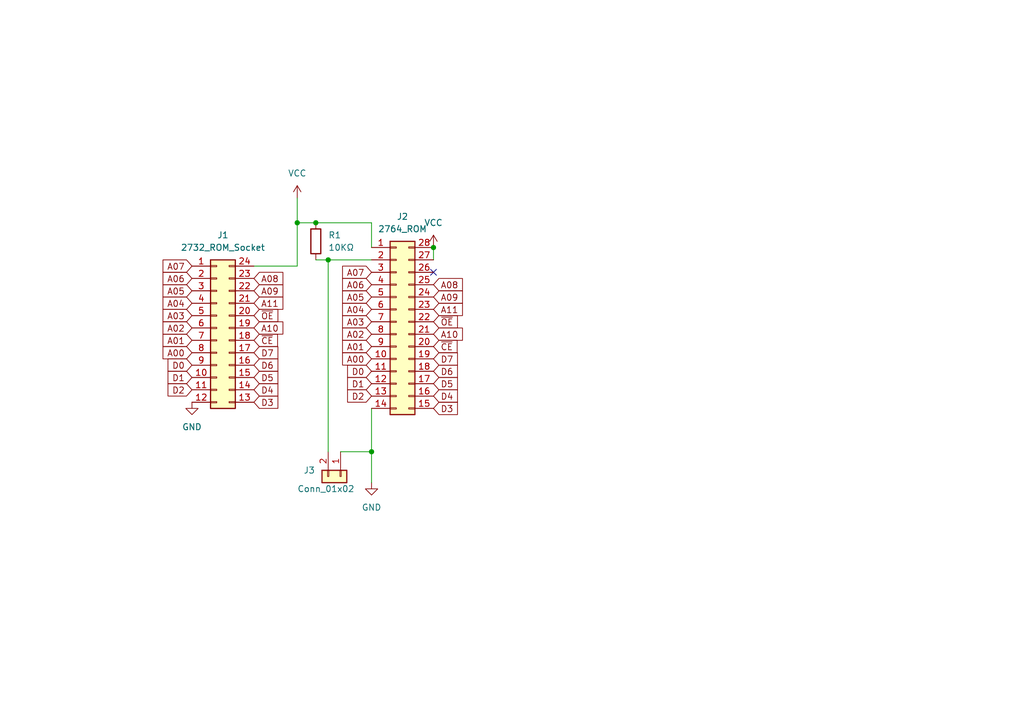
<source format=kicad_sch>
(kicad_sch (version 20231120) (generator "eeschema") (generator_version "8.0")
  (paper "A5")
  (title_block (title "2764 to 2732 Adapator") (date "21-Aug-2024") (company "Brett Hallen") (comment 1 "www.youtube.com/@Brfff") (comment 2 "https://github.com/0ddjob/Osborne_1/tree/main/2732-to-2764"))
  (lib_symbols
    (symbol "Connector_Generic:Conn_01x02" (pin_names (offset 1.016) hide)
      (property "Reference" "J" (at 0 2.54 0))
      (property "Value" "Conn_01x02" (at 0 -5.08 0))
      (symbol "Conn_01x02_1_1"
        (rectangle (start -1.27 -2.413) (end 0 -2.667) (stroke (width 0.1524)))
        (rectangle (start -1.27 0.127) (end 0 -0.127) (stroke (width 0.1524)))
        (rectangle (start -1.27 1.27) (end 1.27 -3.81) (stroke (width 0.254)) (fill (type background)))
        (pin passive line (at -5.08 0 0) (length 3.81) (name "Pin_1") (number "1"))
        (pin passive line (at -5.08 -2.54 0) (length 3.81) (name "Pin_2") (number "2"))
      )
    )
    (symbol "Connector_Generic:Conn_02x12_Counter_Clockwise" (pin_names (offset 1.016) hide)
      (property "Reference" "J" (at 1.27 15.24 0))
      (property "Value" "Conn_02x12_Counter_Clockwise" (at 1.27 -17.78 0))
      (symbol "Conn_02x12_Counter_Clockwise_1_1"
        (rectangle (start -1.27 -15.113) (end 0 -15.367) (stroke (width 0.1524)))
        (rectangle (start -1.27 -12.573) (end 0 -12.827) (stroke (width 0.1524)))
        (rectangle (start -1.27 -10.033) (end 0 -10.287) (stroke (width 0.1524)))
        (rectangle (start -1.27 -7.493) (end 0 -7.747) (stroke (width 0.1524)))
        (rectangle (start -1.27 -4.953) (end 0 -5.207) (stroke (width 0.1524)))
        (rectangle (start -1.27 -2.413) (end 0 -2.667) (stroke (width 0.1524)))
        (rectangle (start -1.27 0.127) (end 0 -0.127) (stroke (width 0.1524)))
        (rectangle (start -1.27 2.667) (end 0 2.413) (stroke (width 0.1524)))
        (rectangle (start -1.27 5.207) (end 0 4.953) (stroke (width 0.1524)))
        (rectangle (start -1.27 7.747) (end 0 7.493) (stroke (width 0.1524)))
        (rectangle (start -1.27 10.287) (end 0 10.033) (stroke (width 0.1524)))
        (rectangle (start -1.27 12.827) (end 0 12.573) (stroke (width 0.1524)))
        (rectangle (start -1.27 13.97) (end 3.81 -16.51) (stroke (width 0.254)) (fill (type background)))
        (rectangle (start 3.81 -15.113) (end 2.54 -15.367) (stroke (width 0.1524)))
        (rectangle (start 3.81 -12.573) (end 2.54 -12.827) (stroke (width 0.1524)))
        (rectangle (start 3.81 -10.033) (end 2.54 -10.287) (stroke (width 0.1524)))
        (rectangle (start 3.81 -7.493) (end 2.54 -7.747) (stroke (width 0.1524)))
        (rectangle (start 3.81 -4.953) (end 2.54 -5.207) (stroke (width 0.1524)))
        (rectangle (start 3.81 -2.413) (end 2.54 -2.667) (stroke (width 0.1524)))
        (rectangle (start 3.81 0.127) (end 2.54 -0.127) (stroke (width 0.1524)))
        (rectangle (start 3.81 2.667) (end 2.54 2.413) (stroke (width 0.1524)))
        (rectangle (start 3.81 5.207) (end 2.54 4.953) (stroke (width 0.1524)))
        (rectangle (start 3.81 7.747) (end 2.54 7.493) (stroke (width 0.1524)))
        (rectangle (start 3.81 10.287) (end 2.54 10.033) (stroke (width 0.1524)))
        (rectangle (start 3.81 12.827) (end 2.54 12.573) (stroke (width 0.1524)))
        (pin passive line (at -5.08 12.7 0) (length 3.81) (name "Pin_1") (number "1"))
        (pin passive line (at -5.08 -10.16 0) (length 3.81) (name "Pin_10") (number "10"))
        (pin passive line (at -5.08 -12.7 0) (length 3.81) (name "Pin_11") (number "11"))
        (pin passive line (at -5.08 -15.24 0) (length 3.81) (name "Pin_12") (number "12"))
        (pin passive line (at 7.62 -15.24 180) (length 3.81) (name "Pin_13") (number "13"))
        (pin passive line (at 7.62 -12.7 180) (length 3.81) (name "Pin_14") (number "14"))
        (pin passive line (at 7.62 -10.16 180) (length 3.81) (name "Pin_15") (number "15"))
        (pin passive line (at 7.62 -7.62 180) (length 3.81) (name "Pin_16") (number "16"))
        (pin passive line (at 7.62 -5.08 180) (length 3.81) (name "Pin_17") (number "17"))
        (pin passive line (at 7.62 -2.54 180) (length 3.81) (name "Pin_18") (number "18"))
        (pin passive line (at 7.62 0 180) (length 3.81) (name "Pin_19") (number "19"))
        (pin passive line (at -5.08 10.16 0) (length 3.81) (name "Pin_2") (number "2"))
        (pin passive line (at 7.62 2.54 180) (length 3.81) (name "Pin_20") (number "20"))
        (pin passive line (at 7.62 5.08 180) (length 3.81) (name "Pin_21") (number "21"))
        (pin passive line (at 7.62 7.62 180) (length 3.81) (name "Pin_22") (number "22"))
        (pin passive line (at 7.62 10.16 180) (length 3.81) (name "Pin_23") (number "23"))
        (pin passive line (at 7.62 12.7 180) (length 3.81) (name "Pin_24") (number "24"))
        (pin passive line (at -5.08 7.62 0) (length 3.81) (name "Pin_3") (number "3"))
        (pin passive line (at -5.08 5.08 0) (length 3.81) (name "Pin_4") (number "4"))
        (pin passive line (at -5.08 2.54 0) (length 3.81) (name "Pin_5") (number "5"))
        (pin passive line (at -5.08 0 0) (length 3.81) (name "Pin_6") (number "6"))
        (pin passive line (at -5.08 -2.54 0) (length 3.81) (name "Pin_7") (number "7"))
        (pin passive line (at -5.08 -5.08 0) (length 3.81) (name "Pin_8") (number "8"))
        (pin passive line (at -5.08 -7.62 0) (length 3.81) (name "Pin_9") (number "9"))
      )
    )
    (symbol "Connector_Generic:Conn_02x14_Counter_Clockwise" (pin_names (offset 1.016) hide)
      (property "Reference" "J" (at 1.27 17.78 0))
      (property "Value" "Conn_02x14_Counter_Clockwise" (at 1.27 -20.32 0))
      (symbol "Conn_02x14_Counter_Clockwise_1_1"
        (rectangle (start -1.27 -17.653) (end 0 -17.907) (stroke (width 0.1524)))
        (rectangle (start -1.27 -15.113) (end 0 -15.367) (stroke (width 0.1524)))
        (rectangle (start -1.27 -12.573) (end 0 -12.827) (stroke (width 0.1524)))
        (rectangle (start -1.27 -10.033) (end 0 -10.287) (stroke (width 0.1524)))
        (rectangle (start -1.27 -7.493) (end 0 -7.747) (stroke (width 0.1524)))
        (rectangle (start -1.27 -4.953) (end 0 -5.207) (stroke (width 0.1524)))
        (rectangle (start -1.27 -2.413) (end 0 -2.667) (stroke (width 0.1524)))
        (rectangle (start -1.27 0.127) (end 0 -0.127) (stroke (width 0.1524)))
        (rectangle (start -1.27 2.667) (end 0 2.413) (stroke (width 0.1524)))
        (rectangle (start -1.27 5.207) (end 0 4.953) (stroke (width 0.1524)))
        (rectangle (start -1.27 7.747) (end 0 7.493) (stroke (width 0.1524)))
        (rectangle (start -1.27 10.287) (end 0 10.033) (stroke (width 0.1524)))
        (rectangle (start -1.27 12.827) (end 0 12.573) (stroke (width 0.1524)))
        (rectangle (start -1.27 15.367) (end 0 15.113) (stroke (width 0.1524)))
        (rectangle (start -1.27 16.51) (end 3.81 -19.05) (stroke (width 0.254)) (fill (type background)))
        (rectangle (start 3.81 -17.653) (end 2.54 -17.907) (stroke (width 0.1524)))
        (rectangle (start 3.81 -15.113) (end 2.54 -15.367) (stroke (width 0.1524)))
        (rectangle (start 3.81 -12.573) (end 2.54 -12.827) (stroke (width 0.1524)))
        (rectangle (start 3.81 -10.033) (end 2.54 -10.287) (stroke (width 0.1524)))
        (rectangle (start 3.81 -7.493) (end 2.54 -7.747) (stroke (width 0.1524)))
        (rectangle (start 3.81 -4.953) (end 2.54 -5.207) (stroke (width 0.1524)))
        (rectangle (start 3.81 -2.413) (end 2.54 -2.667) (stroke (width 0.1524)))
        (rectangle (start 3.81 0.127) (end 2.54 -0.127) (stroke (width 0.1524)))
        (rectangle (start 3.81 2.667) (end 2.54 2.413) (stroke (width 0.1524)))
        (rectangle (start 3.81 5.207) (end 2.54 4.953) (stroke (width 0.1524)))
        (rectangle (start 3.81 7.747) (end 2.54 7.493) (stroke (width 0.1524)))
        (rectangle (start 3.81 10.287) (end 2.54 10.033) (stroke (width 0.1524)))
        (rectangle (start 3.81 12.827) (end 2.54 12.573) (stroke (width 0.1524)))
        (rectangle (start 3.81 15.367) (end 2.54 15.113) (stroke (width 0.1524)))
        (pin passive line (at -5.08 15.24 0) (length 3.81) (name "Pin_1") (number "1"))
        (pin passive line (at -5.08 -7.62 0) (length 3.81) (name "Pin_10") (number "10"))
        (pin passive line (at -5.08 -10.16 0) (length 3.81) (name "Pin_11") (number "11"))
        (pin passive line (at -5.08 -12.7 0) (length 3.81) (name "Pin_12") (number "12"))
        (pin passive line (at -5.08 -15.24 0) (length 3.81) (name "Pin_13") (number "13"))
        (pin passive line (at -5.08 -17.78 0) (length 3.81) (name "Pin_14") (number "14"))
        (pin passive line (at 7.62 -17.78 180) (length 3.81) (name "Pin_15") (number "15"))
        (pin passive line (at 7.62 -15.24 180) (length 3.81) (name "Pin_16") (number "16"))
        (pin passive line (at 7.62 -12.7 180) (length 3.81) (name "Pin_17") (number "17"))
        (pin passive line (at 7.62 -10.16 180) (length 3.81) (name "Pin_18") (number "18"))
        (pin passive line (at 7.62 -7.62 180) (length 3.81) (name "Pin_19") (number "19"))
        (pin passive line (at -5.08 12.7 0) (length 3.81) (name "Pin_2") (number "2"))
        (pin passive line (at 7.62 -5.08 180) (length 3.81) (name "Pin_20") (number "20"))
        (pin passive line (at 7.62 -2.54 180) (length 3.81) (name "Pin_21") (number "21"))
        (pin passive line (at 7.62 0 180) (length 3.81) (name "Pin_22") (number "22"))
        (pin passive line (at 7.62 2.54 180) (length 3.81) (name "Pin_23") (number "23"))
        (pin passive line (at 7.62 5.08 180) (length 3.81) (name "Pin_24") (number "24"))
        (pin passive line (at 7.62 7.62 180) (length 3.81) (name "Pin_25") (number "25"))
        (pin passive line (at 7.62 10.16 180) (length 3.81) (name "Pin_26") (number "26"))
        (pin passive line (at 7.62 12.7 180) (length 3.81) (name "Pin_27") (number "27"))
        (pin passive line (at 7.62 15.24 180) (length 3.81) (name "Pin_28") (number "28"))
        (pin passive line (at -5.08 10.16 0) (length 3.81) (name "Pin_3") (number "3"))
        (pin passive line (at -5.08 7.62 0) (length 3.81) (name "Pin_4") (number "4"))
        (pin passive line (at -5.08 5.08 0) (length 3.81) (name "Pin_5") (number "5"))
        (pin passive line (at -5.08 2.54 0) (length 3.81) (name "Pin_6") (number "6"))
        (pin passive line (at -5.08 0 0) (length 3.81) (name "Pin_7") (number "7"))
        (pin passive line (at -5.08 -2.54 0) (length 3.81) (name "Pin_8") (number "8"))
        (pin passive line (at -5.08 -5.08 0) (length 3.81) (name "Pin_9") (number "9"))
      )
    )
    (symbol "Device:R" (pin_numbers hide) (pin_names (offset 0))
      (property "Reference" "R" (at 2.032 0 90))
      (property "Value" "R" (at 0 0 90))
      (symbol "R_0_1"
        (rectangle (start -1.016 -2.54) (end 1.016 2.54) (stroke (width 0.254)))
      )
      (symbol "R_1_1"
        (pin passive line (at 0 3.81 270) (length 1.27) (name "~") (number "1"))
        (pin passive line (at 0 -3.81 90) (length 1.27) (name "~") (number "2"))
      )
    )
    (symbol "power:GND" (power) (pin_names (offset 0))
      (property "Value" "GND" (at 0 -3.81 0))
      (symbol "GND_0_1"
        (polyline (pts (xy 0 0) (xy 0 -1.27) (xy 1.27 -1.27) (xy 0 -2.54) (xy -1.27 -1.27) (xy 0 -1.27)))
      )
      (symbol "GND_1_1"
        (pin power_in line (at 0 0 270) (length 0) hide (name "GND") (number "1"))
      )
    )
    (symbol "power:VCC" (power) (pin_names (offset 0))
      (property "Value" "VCC" (at 0 3.81 0))
      (symbol "VCC_0_1"
        (polyline (pts (xy -0.762 1.27) (xy 0 2.54)))
        (polyline (pts (xy 0 0) (xy 0 2.54)))
        (polyline (pts (xy 0 2.54) (xy 0.762 1.27)))
      )
      (symbol "VCC_1_1"
        (pin power_in line (at 0 0 90) (length 0) hide (name "VCC") (number "1"))
      )
    )
  )
  (junction (at 76.2 92.71))
  (junction (at 64.77 45.72))
  (junction (at 60.96 45.72))
  (junction (at 67.31 53.34))
  (junction (at 88.9 50.8))
  (no_connect (at 88.9 55.88))
  (wire (pts (xy 88.9 50.8) (xy 88.9 53.34)))
  (wire (pts (xy 76.2 45.72) (xy 76.2 50.8)))
  (wire (pts (xy 60.96 40.64) (xy 60.96 45.72)))
  (wire (pts (xy 67.31 53.34) (xy 76.2 53.34)))
  (wire (pts (xy 67.31 53.34) (xy 67.31 92.71)))
  (wire (pts (xy 64.77 45.72) (xy 76.2 45.72)))
  (wire (pts (xy 60.96 45.72) (xy 64.77 45.72)))
  (wire (pts (xy 60.96 45.72) (xy 60.96 54.61)))
  (wire (pts (xy 76.2 83.82) (xy 76.2 92.71)))
  (wire (pts (xy 64.77 53.34) (xy 67.31 53.34)))
  (wire (pts (xy 69.85 92.71) (xy 76.2 92.71)))
  (wire (pts (xy 60.96 54.61) (xy 52.07 54.61)))
  (wire (pts (xy 76.2 92.71) (xy 76.2 99.06)))
  (global_label "~{CE}" (shape input) (at 52.07 69.85 0) (property "Intersheetrefs" "${INTERSHEET_REFS}" (effects (hide yes))))
  (global_label "D7" (shape input) (at 52.07 72.39 0) (property "Intersheetrefs" "${INTERSHEET_REFS}" (effects (hide yes))))
  (global_label "A05" (shape input) (at 76.2 60.96 180) (property "Intersheetrefs" "${INTERSHEET_REFS}" (effects (hide yes))))
  (global_label "A06" (shape input) (at 39.37 57.15 180) (property "Intersheetrefs" "${INTERSHEET_REFS}" (effects (hide yes))))
  (global_label "A08" (shape input) (at 52.07 57.15 0) (property "Intersheetrefs" "${INTERSHEET_REFS}" (effects (hide yes))))
  (global_label "A01" (shape input) (at 76.2 71.12 180) (property "Intersheetrefs" "${INTERSHEET_REFS}" (effects (hide yes))))
  (global_label "D3" (shape input) (at 52.07 82.55 0) (property "Intersheetrefs" "${INTERSHEET_REFS}" (effects (hide yes))))
  (global_label "A00" (shape input) (at 39.37 72.39 180) (property "Intersheetrefs" "${INTERSHEET_REFS}" (effects (hide yes))))
  (global_label "D1" (shape input) (at 76.2 78.74 180) (property "Intersheetrefs" "${INTERSHEET_REFS}" (effects (hide yes))))
  (global_label "A01" (shape input) (at 39.37 69.85 180) (property "Intersheetrefs" "${INTERSHEET_REFS}" (effects (hide yes))))
  (global_label "A03" (shape input) (at 76.2 66.04 180) (property "Intersheetrefs" "${INTERSHEET_REFS}" (effects (hide yes))))
  (global_label "A04" (shape input) (at 76.2 63.5 180) (property "Intersheetrefs" "${INTERSHEET_REFS}" (effects (hide yes))))
  (global_label "D5" (shape input) (at 88.9 78.74 0) (property "Intersheetrefs" "${INTERSHEET_REFS}" (effects (hide yes))))
  (global_label "A06" (shape input) (at 76.2 58.42 180) (property "Intersheetrefs" "${INTERSHEET_REFS}" (effects (hide yes))))
  (global_label "~{OE}" (shape input) (at 88.9 66.04 0) (property "Intersheetrefs" "${INTERSHEET_REFS}" (effects (hide yes))))
  (global_label "D1" (shape input) (at 39.37 77.47 180) (property "Intersheetrefs" "${INTERSHEET_REFS}" (effects (hide yes))))
  (global_label "A10" (shape input) (at 88.9 68.58 0) (property "Intersheetrefs" "${INTERSHEET_REFS}" (effects (hide yes))))
  (global_label "D5" (shape input) (at 52.07 77.47 0) (property "Intersheetrefs" "${INTERSHEET_REFS}" (effects (hide yes))))
  (global_label "A11" (shape input) (at 52.07 62.23 0) (property "Intersheetrefs" "${INTERSHEET_REFS}" (effects (hide yes))))
  (global_label "A11" (shape input) (at 88.9 63.5 0) (property "Intersheetrefs" "${INTERSHEET_REFS}" (effects (hide yes))))
  (global_label "A03" (shape input) (at 39.37 64.77 180) (property "Intersheetrefs" "${INTERSHEET_REFS}" (effects (hide yes))))
  (global_label "A09" (shape input) (at 88.9 60.96 0) (property "Intersheetrefs" "${INTERSHEET_REFS}" (effects (hide yes))))
  (global_label "D4" (shape input) (at 88.9 81.28 0) (property "Intersheetrefs" "${INTERSHEET_REFS}" (effects (hide yes))))
  (global_label "D2" (shape input) (at 76.2 81.28 180) (property "Intersheetrefs" "${INTERSHEET_REFS}" (effects (hide yes))))
  (global_label "D0" (shape input) (at 76.2 76.2 180) (property "Intersheetrefs" "${INTERSHEET_REFS}" (effects (hide yes))))
  (global_label "A10" (shape input) (at 52.07 67.31 0) (property "Intersheetrefs" "${INTERSHEET_REFS}" (effects (hide yes))))
  (global_label "D7" (shape input) (at 88.9 73.66 0) (property "Intersheetrefs" "${INTERSHEET_REFS}" (effects (hide yes))))
  (global_label "A07" (shape input) (at 39.37 54.61 180) (property "Intersheetrefs" "${INTERSHEET_REFS}" (effects (hide yes))))
  (global_label "A07" (shape input) (at 76.2 55.88 180) (property "Intersheetrefs" "${INTERSHEET_REFS}" (effects (hide yes))))
  (global_label "A09" (shape input) (at 52.07 59.69 0) (property "Intersheetrefs" "${INTERSHEET_REFS}" (effects (hide yes))))
  (global_label "D3" (shape input) (at 88.9 83.82 0) (property "Intersheetrefs" "${INTERSHEET_REFS}" (effects (hide yes))))
  (global_label "D6" (shape input) (at 52.07 74.93 0) (property "Intersheetrefs" "${INTERSHEET_REFS}" (effects (hide yes))))
  (global_label "D2" (shape input) (at 39.37 80.01 180) (property "Intersheetrefs" "${INTERSHEET_REFS}" (effects (hide yes))))
  (global_label "A02" (shape input) (at 76.2 68.58 180) (property "Intersheetrefs" "${INTERSHEET_REFS}" (effects (hide yes))))
  (global_label "A08" (shape input) (at 88.9 58.42 0) (property "Intersheetrefs" "${INTERSHEET_REFS}" (effects (hide yes))))
  (global_label "A00" (shape input) (at 76.2 73.66 180) (property "Intersheetrefs" "${INTERSHEET_REFS}" (effects (hide yes))))
  (global_label "A04" (shape input) (at 39.37 62.23 180) (property "Intersheetrefs" "${INTERSHEET_REFS}" (effects (hide yes))))
  (global_label "D0" (shape input) (at 39.37 74.93 180) (property "Intersheetrefs" "${INTERSHEET_REFS}" (effects (hide yes))))
  (global_label "A05" (shape input) (at 39.37 59.69 180) (property "Intersheetrefs" "${INTERSHEET_REFS}" (effects (hide yes))))
  (global_label "~{CE}" (shape input) (at 88.9 71.12 0) (property "Intersheetrefs" "${INTERSHEET_REFS}" (effects (hide yes))))
  (global_label "A02" (shape input) (at 39.37 67.31 180) (property "Intersheetrefs" "${INTERSHEET_REFS}" (effects (hide yes))))
  (global_label "D6" (shape input) (at 88.9 76.2 0) (property "Intersheetrefs" "${INTERSHEET_REFS}" (effects (hide yes))))
  (global_label "~{OE}" (shape input) (at 52.07 64.77 0) (property "Intersheetrefs" "${INTERSHEET_REFS}" (effects (hide yes))))
  (global_label "D4" (shape input) (at 52.07 80.01 0) (property "Intersheetrefs" "${INTERSHEET_REFS}" (effects (hide yes))))
  (symbol (lib_id "Connector_Generic:Conn_01x02") (at 69.85 97.79 270) (unit 1)
    (property "Reference" "J3" (at 62.23 96.52 90) (effects (justify left)))
    (property "Value" "Conn_01x02" (at 60.96 100.33 90) (effects (justify left)))
    (property "Footprint" "Connector_PinHeader_2.54mm:PinHeader_1x02_P2.54mm_Vertical" (effects (hide yes)))
  )
  (symbol (lib_id "Device:R") (at 64.77 49.53 180) (unit 1)
    (property "Reference" "R1" (at 67.31 48.26 0) (effects (justify right)))
    (property "Value" "10KΩ" (at 67.31 50.8 0) (effects (justify right)))
    (property "Footprint" "Resistor_THT:R_Axial_DIN0207_L6.3mm_D2.5mm_P2.54mm_Vertical" (effects (hide yes)))
  )
  (symbol (lib_id "Connector_Generic:Conn_02x12_Counter_Clockwise") (at 44.45 67.31 0) (unit 1)
    (property "Reference" "J1" (at 45.72 48.26 0))
    (property "Value" "2732_ROM_Socket" (at 45.72 50.8 0))
    (property "Footprint" "Open2327RomAdapter:DIP-24_W15.24mm-Notch" (effects (hide yes)))
  )
  (symbol (lib_id "power:VCC") (at 60.96 40.64 0) (unit 1)
    (property "Reference" "#PWR02" (effects (hide yes)))
    (property "Value" "VCC" (at 60.96 35.56 0))
  )
  (symbol (lib_id "Connector_Generic:Conn_02x14_Counter_Clockwise") (at 81.28 66.04 0) (unit 1)
    (property "Reference" "J2" (at 82.55 44.45 0))
    (property "Value" "2764_ROM" (at 82.55 46.99 0))
    (property "Footprint" "Package_DIP:DIP-28_W15.24mm_Socket" (effects (hide yes)))
  )
  (symbol (lib_id "power:VCC") (at 88.9 50.8 0) (unit 1)
    (property "Reference" "#PWR03" (effects (hide yes)))
    (property "Value" "VCC" (at 88.9 45.72 0))
  )
  (symbol (lib_id "power:GND") (at 76.2 99.06 0) (unit 1)
    (property "Reference" "#PWR04" (effects (hide yes)))
    (property "Value" "GND" (at 76.2 104.14 0))
  )
  (symbol (lib_id "power:GND") (at 39.37 82.55 0) (unit 1)
    (property "Reference" "#PWR01" (effects (hide yes)))
    (property "Value" "GND" (at 39.37 87.63 0))
  )
)
</source>
